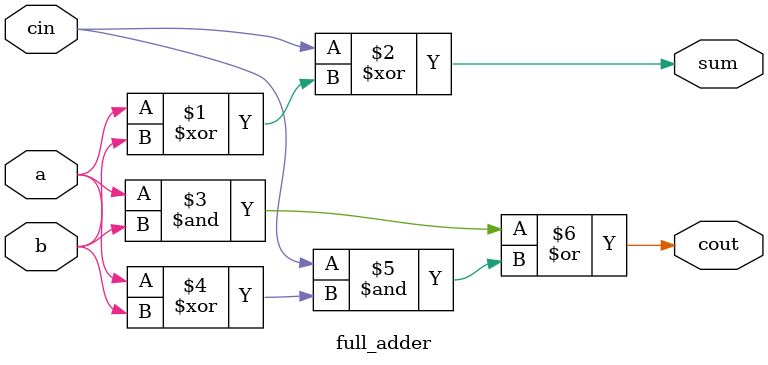
<source format=v>
module top_module( 
    input [2:0] a, b,
    input cin,
    output [2:0] cout,
    output [2:0] sum );
    full_adder int0(.a(a[0]), .b(b[0]), .cin(cin), .cout(cout[0]), .sum(sum[0]));
    full_adder int1(.a(a[1]), .b(b[1]), .cin(cout[0]), .cout(cout[1]), .sum(sum[1]));
    full_adder int2(.a(a[2]), .b(b[2]), .cin(cout[1]), .cout(cout[2]), .sum(sum[2]));
endmodule

module full_adder( 
    input a, b, cin,
    output cout, sum );
    // You can make a full adder using 2 half adders
    assign sum = cin ^ (a ^ b);
    assign cout = (a & b) | (cin & (a ^ b));    
endmodule

</source>
